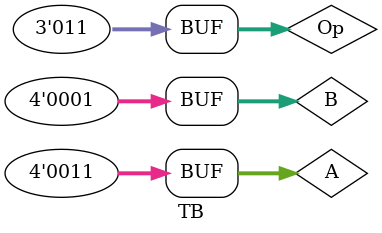
<source format=v>
module alu(A, B, Op, alu_out);
    
    input [3:0] A, B;
    input [2:0] Op;
    output reg [3:0] alu_out;
    
    always @(*)
    begin
        case(Op)
            3'b000: alu_out = 0;
            3'b001: alu_out = A + B;
            3'b010: alu_out = A - B;
            3'b011: alu_out = A & B;
            3'b100: alu_out = A | B;
            3'b101: alu_out = ~A;
            3'b110: alu_out = ~B;
            3'b111: alu_out = 0;
            default: alu_out = 0;
        endcase
    end
endmodule  

// testbench
module TB();

    reg [3:0] A, B;
    reg [2:0] Op;
    wire [3:0] alu_out;

    alu a1(A, B, Op, alu_out);

    initial
    begin
        // Test 1: Op = 3'b000
        Op=3'b000; A=3'b0011; B=3'b0001; // Note: A and B should be 4'b... but using 3'b as in the image
        #10;
        
        // Test 2: Op = 3'b001
        Op=3'b001; A=3'b0011; B=3'b0001;
        #10;
        
        // Test 3: Op = 3'b010
        Op=3'b010; A=3'b0011; B=3'b0001;
        #10;
        
        // Test 4: Op = 3'b011
        Op=3'b011; A=3'b0011; B=3'b0001;
        #10;
        
        // The image ends here, but you would typically add $finish to end simulation.
        // $finish; 
    end
endmodule

</source>
